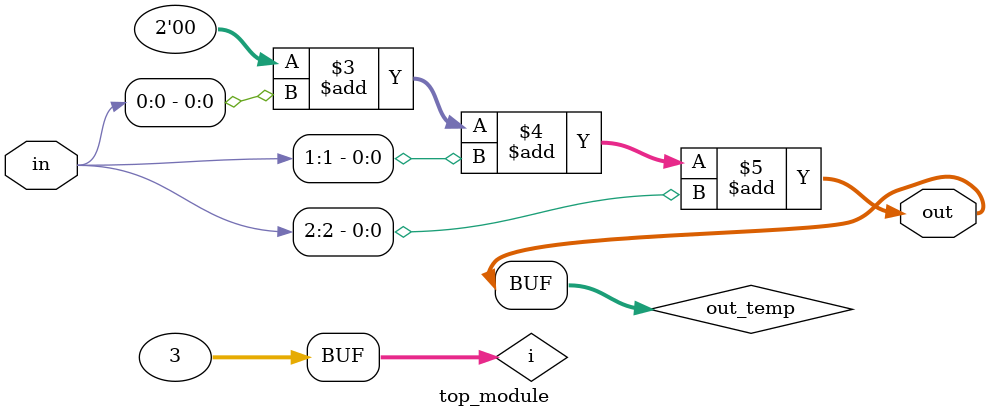
<source format=v>
module top_module( 
    input [2:0] in,
    output [1:0] out );

    reg [1:0] out_temp;
    integer i;
    
    always@(*)begin
        out_temp = 2'd0;
        for(i = 0; i <= 2; i = i + 1)begin
            out_temp = out_temp + in[i];
        end
    end
    
    assign out = out_temp;
endmodule
</source>
